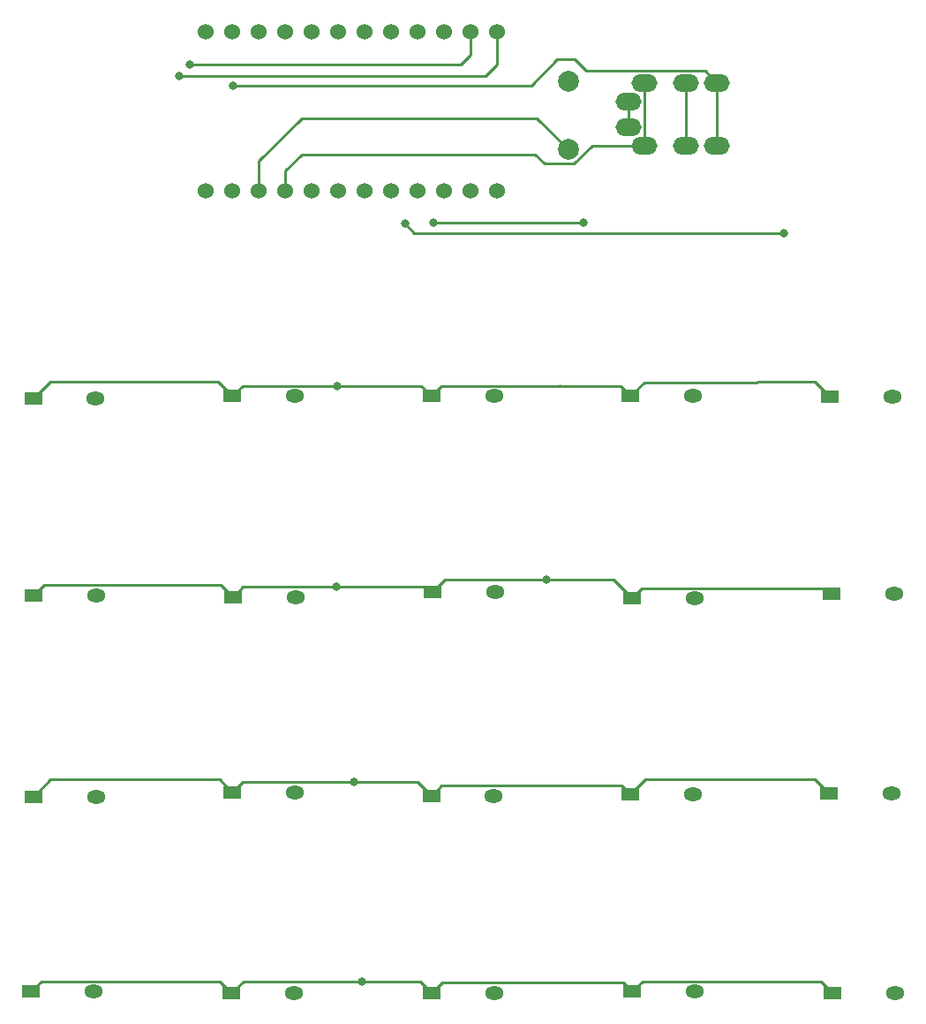
<source format=gbr>
%TF.GenerationSoftware,KiCad,Pcbnew,7.0.1-0*%
%TF.CreationDate,2023-08-16T18:45:31+09:00*%
%TF.ProjectId,jisaku20_right,6a697361-6b75-4323-905f-72696768742e,rev?*%
%TF.SameCoordinates,Original*%
%TF.FileFunction,Copper,L1,Top*%
%TF.FilePolarity,Positive*%
%FSLAX46Y46*%
G04 Gerber Fmt 4.6, Leading zero omitted, Abs format (unit mm)*
G04 Created by KiCad (PCBNEW 7.0.1-0) date 2023-08-16 18:45:31*
%MOMM*%
%LPD*%
G01*
G04 APERTURE LIST*
%TA.AperFunction,ComponentPad*%
%ADD10C,1.524000*%
%TD*%
%TA.AperFunction,ComponentPad*%
%ADD11O,2.500000X1.700000*%
%TD*%
%TA.AperFunction,ComponentPad*%
%ADD12R,1.778000X1.300000*%
%TD*%
%TA.AperFunction,ComponentPad*%
%ADD13O,1.778000X1.300000*%
%TD*%
%TA.AperFunction,ComponentPad*%
%ADD14C,2.000000*%
%TD*%
%TA.AperFunction,ViaPad*%
%ADD15C,0.800000*%
%TD*%
%TA.AperFunction,Conductor*%
%ADD16C,0.250000*%
%TD*%
G04 APERTURE END LIST*
D10*
%TO.P,U1,1,TX0/D3*%
%TO.N,unconnected-(U1-TX0{slash}D3-Pad1)*%
X13590000Y26652800D03*
%TO.P,U1,2,RX1/D2*%
%TO.N,data*%
X16130000Y26652800D03*
%TO.P,U1,3,GND*%
%TO.N,GND*%
X18670000Y26652800D03*
%TO.P,U1,4,GND*%
X21210000Y26652800D03*
%TO.P,U1,5,2/D1/SDA*%
%TO.N,unconnected-(U1-2{slash}D1{slash}SDA-Pad5)*%
X23750000Y26652800D03*
%TO.P,U1,6,3/D0/SCL*%
%TO.N,unconnected-(U1-3{slash}D0{slash}SCL-Pad6)*%
X26290000Y26652800D03*
%TO.P,U1,7,4/D4*%
%TO.N,unconnected-(U1-4{slash}D4-Pad7)*%
X28830000Y26652800D03*
%TO.P,U1,8,5/C6*%
%TO.N,col4*%
X31370000Y26652800D03*
%TO.P,U1,9,6/D7*%
%TO.N,col3*%
X33910000Y26652800D03*
%TO.P,U1,10,7/E6*%
%TO.N,col2*%
X36450000Y26652800D03*
%TO.P,U1,11,8/B4*%
%TO.N,col1*%
X38990000Y26652800D03*
%TO.P,U1,12,9/B5*%
%TO.N,col0*%
X41530000Y26652800D03*
%TO.P,U1,13,B6/10*%
%TO.N,unconnected-(U1-B6{slash}10-Pad13)*%
X41530000Y11432800D03*
%TO.P,U1,14,B2/16*%
%TO.N,unconnected-(U1-B2{slash}16-Pad14)*%
X38990000Y11432800D03*
%TO.P,U1,15,B3/14*%
%TO.N,unconnected-(U1-B3{slash}14-Pad15)*%
X36450000Y11432800D03*
%TO.P,U1,16,B1/15*%
%TO.N,unconnected-(U1-B1{slash}15-Pad16)*%
X33910000Y11432800D03*
%TO.P,U1,17,F7/A0*%
%TO.N,row3*%
X31370000Y11432800D03*
%TO.P,U1,18,F6/A1*%
%TO.N,row2*%
X28830000Y11432800D03*
%TO.P,U1,19,F5/A2*%
%TO.N,row1*%
X26290000Y11432800D03*
%TO.P,U1,20,F4/A3*%
%TO.N,row0*%
X23750000Y11432800D03*
%TO.P,U1,21,VCC*%
%TO.N,VCC*%
X21210000Y11432800D03*
%TO.P,U1,22,RST*%
%TO.N,reset*%
X18670000Y11432800D03*
%TO.P,U1,23,GND*%
%TO.N,GND*%
X16130000Y11432800D03*
%TO.P,U1,24,RAW*%
%TO.N,unconnected-(U1-RAW-Pad24)*%
X13590000Y11432800D03*
%TD*%
D11*
%TO.P,J1,A*%
%TO.N,unconnected-(J1-PadA)*%
X54130000Y17520000D03*
X54130000Y19970000D03*
%TO.P,J1,B*%
%TO.N,data*%
X62630000Y15770000D03*
X62630000Y21720000D03*
%TO.P,J1,C*%
%TO.N,GND*%
X59630000Y15770000D03*
X59630000Y21720000D03*
%TO.P,J1,D*%
%TO.N,VCC*%
X55630000Y15770000D03*
X55630000Y21720000D03*
%TD*%
D12*
%TO.P,D15,1,K*%
%TO.N,row2*%
X73360000Y-46332500D03*
D13*
%TO.P,D15,2,A*%
%TO.N,Net-(D15-A)*%
X79360000Y-46332500D03*
%TD*%
D12*
%TO.P,D11,1,K*%
%TO.N,row2*%
X-2930000Y-46640000D03*
D13*
%TO.P,D11,2,A*%
%TO.N,Net-(D11-A)*%
X3070000Y-46640000D03*
%TD*%
D12*
%TO.P,D4,1,K*%
%TO.N,row0*%
X54330000Y-8240000D03*
D13*
%TO.P,D4,2,A*%
%TO.N,Net-(D4-A)*%
X60330000Y-8240000D03*
%TD*%
D12*
%TO.P,D6,1,K*%
%TO.N,row1*%
X-2950000Y-27340000D03*
D13*
%TO.P,D6,2,A*%
%TO.N,Net-(D6-A)*%
X3050000Y-27340000D03*
%TD*%
D12*
%TO.P,D9,1,K*%
%TO.N,row1*%
X54440000Y-27630000D03*
D13*
%TO.P,D9,2,A*%
%TO.N,Net-(D9-A)*%
X60440000Y-27630000D03*
%TD*%
D12*
%TO.P,D8,1,K*%
%TO.N,row1*%
X35310000Y-27050000D03*
D13*
%TO.P,D8,2,A*%
%TO.N,Net-(D8-A)*%
X41310000Y-27050000D03*
%TD*%
D12*
%TO.P,D20,1,K*%
%TO.N,row3*%
X73695000Y-65430000D03*
D13*
%TO.P,D20,2,A*%
%TO.N,Net-(D20-A)*%
X79695000Y-65430000D03*
%TD*%
D12*
%TO.P,D17,1,K*%
%TO.N,row3*%
X16061250Y-65430000D03*
D13*
%TO.P,D17,2,A*%
%TO.N,Net-(D17-A)*%
X22061250Y-65430000D03*
%TD*%
D12*
%TO.P,D12,1,K*%
%TO.N,row2*%
X16142500Y-46230000D03*
D13*
%TO.P,D12,2,A*%
%TO.N,Net-(D12-A)*%
X22142500Y-46230000D03*
%TD*%
D12*
%TO.P,D10,1,K*%
%TO.N,row1*%
X73570000Y-27195000D03*
D13*
%TO.P,D10,2,A*%
%TO.N,Net-(D10-A)*%
X79570000Y-27195000D03*
%TD*%
D12*
%TO.P,D5,1,K*%
%TO.N,row0*%
X73430000Y-8300000D03*
D13*
%TO.P,D5,2,A*%
%TO.N,Net-(D5-A)*%
X79430000Y-8300000D03*
%TD*%
D12*
%TO.P,D13,1,K*%
%TO.N,row2*%
X35215000Y-46537500D03*
D13*
%TO.P,D13,2,A*%
%TO.N,Net-(D13-A)*%
X41215000Y-46537500D03*
%TD*%
D12*
%TO.P,D1,1,K*%
%TO.N,row0*%
X-2970000Y-8510000D03*
D13*
%TO.P,D1,2,A*%
%TO.N,Net-(D1-A)*%
X3030000Y-8510000D03*
%TD*%
D12*
%TO.P,D14,1,K*%
%TO.N,row2*%
X54287500Y-46435000D03*
D13*
%TO.P,D14,2,A*%
%TO.N,Net-(D14-A)*%
X60287500Y-46435000D03*
%TD*%
D12*
%TO.P,D7,1,K*%
%TO.N,row1*%
X16180000Y-27485000D03*
D13*
%TO.P,D7,2,A*%
%TO.N,Net-(D7-A)*%
X22180000Y-27485000D03*
%TD*%
D14*
%TO.P,SW21,1,1*%
%TO.N,reset*%
X48360000Y15380000D03*
%TO.P,SW21,2,2*%
%TO.N,GND*%
X48360000Y21880000D03*
%TD*%
D12*
%TO.P,D3,1,K*%
%TO.N,row0*%
X35230000Y-8240000D03*
D13*
%TO.P,D3,2,A*%
%TO.N,Net-(D3-A)*%
X41230000Y-8240000D03*
%TD*%
D12*
%TO.P,D19,1,K*%
%TO.N,row3*%
X54483750Y-65300000D03*
D13*
%TO.P,D19,2,A*%
%TO.N,Net-(D19-A)*%
X60483750Y-65300000D03*
%TD*%
D12*
%TO.P,D18,1,K*%
%TO.N,row3*%
X35272500Y-65430000D03*
D13*
%TO.P,D18,2,A*%
%TO.N,Net-(D18-A)*%
X41272500Y-65430000D03*
%TD*%
D12*
%TO.P,D16,1,K*%
%TO.N,row3*%
X-3150000Y-65300000D03*
D13*
%TO.P,D16,2,A*%
%TO.N,Net-(D16-A)*%
X2850000Y-65300000D03*
%TD*%
D12*
%TO.P,D2,1,K*%
%TO.N,row0*%
X16130000Y-8240000D03*
D13*
%TO.P,D2,2,A*%
%TO.N,Net-(D2-A)*%
X22130000Y-8240000D03*
%TD*%
D15*
%TO.N,row0*%
X26150000Y-7265000D03*
%TO.N,row1*%
X26100000Y-26510000D03*
X46220000Y-25840000D03*
%TO.N,row2*%
X27810000Y-45255000D03*
%TO.N,row3*%
X28540000Y-64320000D03*
%TO.N,col0*%
X11020000Y22430000D03*
%TO.N,col1*%
X12030000Y23490000D03*
%TO.N,col3*%
X35400000Y8340000D03*
X49810000Y8340000D03*
%TO.N,col4*%
X69060000Y7400000D03*
X32700000Y8250000D03*
%TO.N,data*%
X16190000Y21510000D03*
%TD*%
D16*
%TO.N,row0*%
X47530000Y-7265000D02*
X53355000Y-7265000D01*
X14787273Y-6897273D02*
X16130000Y-8240000D01*
X55651968Y-6918032D02*
X66350030Y-6918032D01*
X36205000Y-7265000D02*
X47530000Y-7265000D01*
X34255000Y-7265000D02*
X35230000Y-8240000D01*
X66350030Y-6918032D02*
X66680000Y-6897273D01*
X53355000Y-7265000D02*
X54330000Y-8240000D01*
X72027273Y-6897273D02*
X73430000Y-8300000D01*
X54330000Y-8240000D02*
X55651968Y-6918032D01*
X-1357273Y-6897273D02*
X14787273Y-6897273D01*
X-2970000Y-8510000D02*
X-1357273Y-6897273D01*
X47560000Y-7235000D02*
X47530000Y-7265000D01*
X17105000Y-7265000D02*
X26150000Y-7265000D01*
X26150000Y-7265000D02*
X34255000Y-7265000D01*
X66680000Y-6897273D02*
X72027273Y-6897273D01*
X35230000Y-8240000D02*
X36205000Y-7265000D01*
X16130000Y-8240000D02*
X17105000Y-7265000D01*
%TO.N,row1*%
X54440000Y-27630000D02*
X52650000Y-25840000D01*
X16180000Y-27485000D02*
X15025000Y-26330000D01*
X46220000Y-25840000D02*
X36520000Y-25840000D01*
X35310000Y-27050000D02*
X34770000Y-26510000D01*
X36520000Y-25840000D02*
X35310000Y-27050000D01*
X26100000Y-26510000D02*
X17155000Y-26510000D01*
X55415000Y-26655000D02*
X54440000Y-27630000D01*
X52650000Y-25840000D02*
X46220000Y-25840000D01*
X34770000Y-26510000D02*
X26100000Y-26510000D01*
X73030000Y-26655000D02*
X55415000Y-26655000D01*
X15025000Y-26330000D02*
X-1940000Y-26330000D01*
X-1940000Y-26330000D02*
X-2950000Y-27340000D01*
X73570000Y-27195000D02*
X73030000Y-26655000D01*
X17155000Y-26510000D02*
X16180000Y-27485000D01*
%TO.N,row2*%
X35215000Y-46537500D02*
X36190000Y-45562500D01*
X27810000Y-45255000D02*
X28980000Y-45255000D01*
X55725227Y-44997273D02*
X72024773Y-44997273D01*
X54287500Y-46435000D02*
X55725227Y-44997273D01*
X33932500Y-45255000D02*
X35215000Y-46537500D01*
X72024773Y-44997273D02*
X73360000Y-46332500D01*
X17117500Y-45255000D02*
X27810000Y-45255000D01*
X28980000Y-45255000D02*
X33932500Y-45255000D01*
X53415000Y-45562500D02*
X54287500Y-46435000D01*
X-1287273Y-44997273D02*
X14909773Y-44997273D01*
X36190000Y-45562500D02*
X53415000Y-45562500D01*
X-2930000Y-46640000D02*
X-1287273Y-44997273D01*
X16142500Y-46230000D02*
X17117500Y-45255000D01*
X14909773Y-44997273D02*
X16142500Y-46230000D01*
%TO.N,row3*%
X34162500Y-64320000D02*
X28540000Y-64320000D01*
X27810000Y-64320000D02*
X17171250Y-64320000D01*
X54483750Y-65300000D02*
X55458750Y-64325000D01*
X72590000Y-64325000D02*
X73695000Y-65430000D01*
X55458750Y-64325000D02*
X72590000Y-64325000D01*
X36247500Y-64455000D02*
X35272500Y-65430000D01*
X16061250Y-65430000D02*
X14951250Y-64320000D01*
X28540000Y-64320000D02*
X27810000Y-64320000D01*
X35272500Y-65430000D02*
X34162500Y-64320000D01*
X54483750Y-65300000D02*
X53638750Y-64455000D01*
X53638750Y-64455000D02*
X36247500Y-64455000D01*
X17171250Y-64320000D02*
X16061250Y-65430000D01*
X-2170000Y-64320000D02*
X-3150000Y-65300000D01*
X14951250Y-64320000D02*
X-2170000Y-64320000D01*
%TO.N,col0*%
X40390000Y22430000D02*
X41530000Y23570000D01*
X41530000Y23570000D02*
X41530000Y26652800D01*
X11020000Y22430000D02*
X40390000Y22430000D01*
%TO.N,col1*%
X38990000Y24450000D02*
X38990000Y26652800D01*
X38030000Y23490000D02*
X38990000Y24450000D01*
X12030000Y23490000D02*
X38030000Y23490000D01*
%TO.N,col3*%
X35400000Y8340000D02*
X49810000Y8340000D01*
%TO.N,col4*%
X33550000Y7400000D02*
X32700000Y8250000D01*
X69060000Y7400000D02*
X33550000Y7400000D01*
%TO.N,reset*%
X18670000Y11432800D02*
X18670000Y14280000D01*
X45350000Y18390000D02*
X48360000Y15380000D01*
X18670000Y14280000D02*
X22780000Y18390000D01*
X22780000Y18390000D02*
X45350000Y18390000D01*
%TO.N,GND*%
X59630000Y21720000D02*
X59630000Y15770000D01*
%TO.N,data*%
X44800000Y21510000D02*
X47290000Y24000000D01*
X48990000Y24000000D02*
X50095000Y22895000D01*
X62630000Y21720000D02*
X62630000Y15770000D01*
X47290000Y24000000D02*
X48990000Y24000000D01*
X62630000Y21720000D02*
X61455000Y22895000D01*
X16190000Y21510000D02*
X44800000Y21510000D01*
X61455000Y22895000D02*
X50095000Y22895000D01*
%TO.N,VCC*%
X55655000Y21695000D02*
X55655000Y15795000D01*
X22780000Y14930000D02*
X21210000Y13360000D01*
X50623833Y15770000D02*
X48908833Y14055000D01*
X46065000Y14055000D02*
X45190000Y14930000D01*
X45190000Y14930000D02*
X22780000Y14930000D01*
X55655000Y15795000D02*
X55630000Y15770000D01*
X55630000Y15770000D02*
X50623833Y15770000D01*
X55630000Y21720000D02*
X55655000Y21695000D01*
X21210000Y13360000D02*
X21210000Y11432800D01*
X48908833Y14055000D02*
X46065000Y14055000D01*
%TO.N,unconnected-(J1-PadA)*%
X54130000Y19970000D02*
X54130000Y17520000D01*
%TD*%
M02*

</source>
